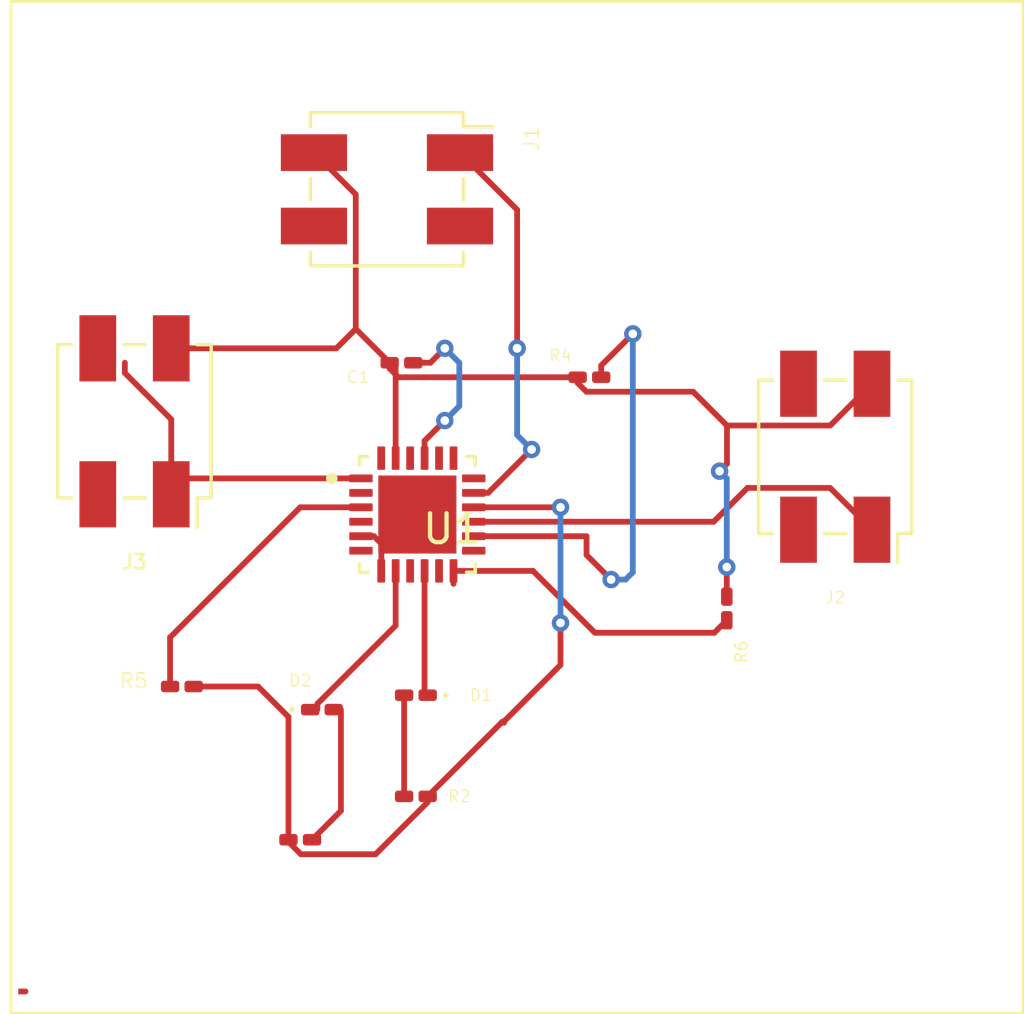
<source format=kicad_pcb>
(kicad_pcb (version 20241229) (generator "pcbnew") (generator_version "9.0")
  (title_block (title "NPM1100 EVAL BOARD DESIGN") (date "17-6-25") (rev "1.0"))
  (layers (0 "F.Cu" signal) (2 "B.Cu" signal) (13 "F.Paste" user) (15 "B.Paste" user) (5 "F.SilkS" user "F.Silkscreen") (7 "B.SilkS" user "B.Silkscreen") (1 "F.Mask" user) (3 "B.Mask" user) (25 "Edge.Cuts" user))
  (net 0 "")
  (net 1 "Net-(U1-DEC)")
  (net 2 "GND")
  (net 3 "Net-(D1-A)")
  (net 4 "Net-(D1-K)")
  (net 5 "Net-(D2-A)")
  (net 6 "Net-(D2-K)")
  (net 7 "Net-(J1-Pin_1)")
  (net 8 "/+")
  (net 9 "Net-(J3-Pin_1)")
  (net 10 "/D1")
  (net 11 "Net-(U1-NTC)")
  (net 12 "Net-(U1-VOUTBSET1)")
  (net 13 "Net-(U1-ICHG)")
  (footprint "Connector_Samtec_HLE_SMD:Samtec_HLE-102-02-xxx-DV-LC_2x02_P2.54mm_Horizontal" (layer "F.Cu") (at 193.5 69.75 180)
    (property "Reference" "J2" (at 0 -4.87 0) (layer "F.SilkS") (effects (font (size 0.4 0.4) (thickness 0.04))))
    (property "Value" "Conn_01x02_Pin")
    (fp_line (start 2.65 2.65) (end 2.165 2.65) (stroke (width 0.12)) (layer "F.SilkS"))
    (fp_line (start 2.65 -2.65) (end 2.65 2.65) (stroke (width 0.12)) (layer "F.SilkS"))
    (fp_line (start 2.165 -2.65) (end 2.65 -2.65) (stroke (width 0.12)) (layer "F.SilkS"))
    (fp_line (start -0.375 2.65) (end 0.375 2.65) (stroke (width 0.12)) (layer "F.SilkS"))
    (fp_line (start -0.375 -2.65) (end 0.375 -2.65) (stroke (width 0.12)) (layer "F.SilkS"))
    (fp_line (start -2.165 -2.65) (end -2.65 -2.65) (stroke (width 0.12)) (layer "F.SilkS"))
    (fp_line (start -2.165 -3.67) (end -2.165 -2.65) (stroke (width 0.12)) (layer "F.SilkS"))
    (fp_line (start -2.65 2.65) (end -2.165 2.65) (stroke (width 0.12)) (layer "F.SilkS"))
    (fp_line (start -2.65 -2.65) (end -2.65 2.65) (stroke (width 0.12)) (layer "F.SilkS"))
    (pad "" np_thru_hole circle (at 0 0 180) (size 1.19 1.19) (drill 1.19) (layers "*.Cu" "*.Mask"))
    (pad "1" smd rect (at -1.27 -2.525 180) (size 1.27 2.29) (layers "F.Cu" "F.Mask" "F.Paste") (net 8 "/+"))
    (pad "2" smd rect (at -1.27 2.525 180) (size 1.27 2.29) (layers "F.Cu" "F.Mask" "F.Paste") (net 2 "GND"))
    (pad "3" smd rect (at 1.27 -2.525 180) (size 1.27 2.29) (layers "F.Cu" "F.Mask" "F.Paste"))
    (pad "4" smd rect (at 1.27 2.525 180) (size 1.27 2.29) (layers "F.Cu" "F.Mask" "F.Paste"))
  )
  (footprint "Resistor_SMD:R_0201_0603Metric_Pad0.64x0.40mm_HandSolder" (layer "F.Cu") (at 185 67)
    (property "Reference" "R4" (at -1 -0.75 0) (layer "F.SilkS") (effects (font (size 0.4 0.4) (thickness 0.04))))
    (property "Value" "10K")
    (pad "1" smd roundrect (at -0.4075 0) (size 0.635 0.4) (layers "F.Cu" "F.Mask") (net 2 "GND"))
    (pad "2" smd roundrect (at 0.4075 0) (size 0.635 0.4) (layers "F.Cu" "F.Mask") (net 11 "Net-(U1-NTC)"))
  )
  (footprint "Resistor_SMD:R_0201_0603Metric_Pad0.64x0.40mm_HandSolder" (layer "F.Cu") (at 175 83 180)
    (property "Reference" "R1" (hide yes))
    (property "Value" "1K")
    (pad "1" smd roundrect (at -0.4075 0 180) (size 0.635 0.4) (layers "F.Cu" "F.Mask") (net 5 "Net-(D2-A)"))
    (pad "2" smd roundrect (at 0.4075 0 180) (size 0.635 0.4) (layers "F.Cu" "F.Mask") (net 10 "/D1"))
  )
  (footprint "QFN_CUSTOM:QFN50P400X400X90-25N" (layer "F.Cu") (at 179.05 71.75)
    (property "Reference" "U1" (at 1.2 0.5 0) (layer "F.SilkS"))
    (property "Value" "NPM1100-QDAB-R7")
    (fp_line (start -2 -2) (end -2 -1.705) (stroke (width 0.127)) (layer "F.SilkS"))
    (fp_line (start -2 -2) (end -1.705 -2) (stroke (width 0.127)) (layer "F.SilkS"))
    (fp_line (start -2 2) (end -2 1.705) (stroke (width 0.127)) (layer "F.SilkS"))
    (fp_line (start -2 2) (end -1.705 2) (stroke (width 0.127)) (layer "F.SilkS"))
    (fp_line (start 2 -2) (end 1.705 -2) (stroke (width 0.127)) (layer "F.SilkS"))
    (fp_line (start 2 -2) (end 2 -1.705) (stroke (width 0.127)) (layer "F.SilkS"))
    (fp_line (start 2 2) (end 1.705 2) (stroke (width 0.127)) (layer "F.SilkS"))
    (fp_line (start 2 2) (end 2 1.705) (stroke (width 0.127)) (layer "F.SilkS"))
    (fp_circle (center -2.96 -1.25) (end -2.86 -1.25) (stroke (width 0.2)) (fill no) (layer "F.SilkS"))
    (pad "1" smd roundrect (at -1.95 -1.25) (size 0.81 0.27) (layers "F.Cu" "F.Mask" "F.Paste") (roundrect_rratio 0.125) (net 9 "Net-(J3-Pin_1)"))
    (pad "2" smd roundrect (at -1.95 -0.75) (size 0.81 0.27) (layers "F.Cu" "F.Mask" "F.Paste") (roundrect_rratio 0.125) (net 12 "Net-(U1-VOUTBSET1)"))
    (pad "3" smd roundrect (at -1.95 -0.25) (size 0.81 0.27) (layers "F.Cu" "F.Mask" "F.Paste") (roundrect_rratio 0.125) (net 12 "Net-(U1-VOUTBSET1)"))
    (pad "4" smd roundrect (at -1.95 0.25) (size 0.81 0.27) (layers "F.Cu" "F.Mask" "F.Paste") (roundrect_rratio 0.125))
    (pad "5" smd roundrect (at -1.95 0.75) (size 0.81 0.27) (layers "F.Cu" "F.Mask" "F.Paste") (roundrect_rratio 0.125) (net 2 "GND"))
    (pad "6" smd roundrect (at -1.95 1.25) (size 0.81 0.27) (layers "F.Cu" "F.Mask" "F.Paste") (roundrect_rratio 0.125))
    (pad "7" smd roundrect (at -1.25 1.95) (size 0.27 0.81) (layers "F.Cu" "F.Mask" "F.Paste") (roundrect_rratio 0.125) (net 2 "GND"))
    (pad "8" smd roundrect (at -0.75 1.95) (size 0.27 0.81) (layers "F.Cu" "F.Mask" "F.Paste") (roundrect_rratio 0.125) (net 6 "Net-(D2-K)"))
    (pad "9" smd roundrect (at -0.25 1.95) (size 0.27 0.81) (layers "F.Cu" "F.Mask" "F.Paste") (roundrect_rratio 0.125) (net 2 "GND"))
    (pad "10" smd roundrect (at 0.25 1.95) (size 0.27 0.81) (layers "F.Cu" "F.Mask" "F.Paste") (roundrect_rratio 0.125) (net 4 "Net-(D1-K)"))
    (pad "11" smd roundrect (at 0.75 1.95) (size 0.27 0.81) (layers "F.Cu" "F.Mask" "F.Paste") (roundrect_rratio 0.125))
    (pad "12" smd roundrect (at 1.25 1.95) (size 0.27 0.81) (layers "F.Cu" "F.Mask" "F.Paste") (roundrect_rratio 0.125) (net 13 "Net-(U1-ICHG)"))
    (pad "13" smd roundrect (at 1.95 1.25) (size 0.81 0.27) (layers "F.Cu" "F.Mask" "F.Paste") (roundrect_rratio 0.125))
    (pad "14" smd roundrect (at 1.95 0.75) (size 0.81 0.27) (layers "F.Cu" "F.Mask" "F.Paste") (roundrect_rratio 0.125) (net 11 "Net-(U1-NTC)"))
    (pad "15" smd roundrect (at 1.95 0.25) (size 0.81 0.27) (layers "F.Cu" "F.Mask" "F.Paste") (roundrect_rratio 0.125) (net 8 "/+"))
    (pad "16" smd roundrect (at 1.95 -0.25) (size 0.81 0.27) (layers "F.Cu" "F.Mask" "F.Paste") (roundrect_rratio 0.125) (net 10 "/D1"))
    (pad "17" smd roundrect (at 1.95 -0.75) (size 0.81 0.27) (layers "F.Cu" "F.Mask" "F.Paste") (roundrect_rratio 0.125) (net 7 "Net-(J1-Pin_1)"))
    (pad "18" smd roundrect (at 1.95 -1.25) (size 0.81 0.27) (layers "F.Cu" "F.Mask" "F.Paste") (roundrect_rratio 0.125))
    (pad "19" smd roundrect (at 1.25 -1.95) (size 0.27 0.81) (layers "F.Cu" "F.Mask" "F.Paste") (roundrect_rratio 0.125))
    (pad "20" smd roundrect (at 0.75 -1.95) (size 0.27 0.81) (layers "F.Cu" "F.Mask" "F.Paste") (roundrect_rratio 0.125))
    (pad "21" smd roundrect (at 0.25 -1.95) (size 0.27 0.81) (layers "F.Cu" "F.Mask" "F.Paste") (roundrect_rratio 0.125) (net 1 "Net-(U1-DEC)"))
    (pad "22" smd roundrect (at -0.25 -1.95) (size 0.27 0.81) (layers "F.Cu" "F.Mask" "F.Paste") (roundrect_rratio 0.125))
    (pad "23" smd roundrect (at -0.75 -1.95) (size 0.27 0.81) (layers "F.Cu" "F.Mask" "F.Paste") (roundrect_rratio 0.125) (net 2 "GND"))
    (pad "24" smd roundrect (at -1.25 -1.95) (size 0.27 0.81) (layers "F.Cu" "F.Mask" "F.Paste") (roundrect_rratio 0.125))
    (pad "25" smd rect (at 0 0) (size 2.7 2.7) (layers "F.Cu" "F.Mask") (net 2 "GND"))
  )
  (footprint "Capacitor_SMD:C_0201_0603Metric_Pad0.64x0.40mm_HandSolder" (layer "F.Cu") (at 178.5 66.5 180)
    (property "Reference" "C1" (at 1.5 -0.5 0) (layer "F.SilkS") (effects (font (size 0.4 0.4) (thickness 0.04))))
    (property "Value" "10 µf")
    (pad "1" smd roundrect (at -0.4075 0 180) (size 0.635 0.4) (layers "F.Cu" "F.Mask") (net 1 "Net-(U1-DEC)"))
    (pad "2" smd roundrect (at 0.4075 0 180) (size 0.635 0.4) (layers "F.Cu" "F.Mask") (net 2 "GND"))
  )
  (footprint "Connector_Samtec_HLE_SMD:Samtec_HLE-102-02-xxx-DV-LC_2x02_P2.54mm_Horizontal" (layer "F.Cu") (at 169.27 68.525 180)
    (property "Reference" "J3" (at 0 -4.87 0) (layer "F.SilkS") (effects (font (size 0.5 0.5) (thickness 0.09) (bold yes))))
    (property "Value" "Conn_01x02_Pin")
    (fp_line (start 2.65 2.65) (end 2.165 2.65) (stroke (width 0.12)) (layer "F.SilkS"))
    (fp_line (start 2.65 -2.65) (end 2.65 2.65) (stroke (width 0.12)) (layer "F.SilkS"))
    (fp_line (start 2.165 -2.65) (end 2.65 -2.65) (stroke (width 0.12)) (layer "F.SilkS"))
    (fp_line (start -0.375 2.65) (end 0.375 2.65) (stroke (width 0.12)) (layer "F.SilkS"))
    (fp_line (start -0.375 -2.65) (end 0.375 -2.65) (stroke (width 0.12)) (layer "F.SilkS"))
    (fp_line (start -2.165 -2.65) (end -2.65 -2.65) (stroke (width 0.12)) (layer "F.SilkS"))
    (fp_line (start -2.165 -3.67) (end -2.165 -2.65) (stroke (width 0.12)) (layer "F.SilkS"))
    (fp_line (start -2.65 2.65) (end -2.165 2.65) (stroke (width 0.12)) (layer "F.SilkS"))
    (fp_line (start -2.65 -2.65) (end -2.65 2.65) (stroke (width 0.12)) (layer "F.SilkS"))
    (pad "" np_thru_hole circle (at 0 0 180) (size 1.19 1.19) (drill 1.19) (layers "*.Cu" "*.Mask"))
    (pad "1" smd rect (at -1.27 -2.525 180) (size 1.27 2.29) (layers "F.Cu" "F.Mask" "F.Paste") (net 9 "Net-(J3-Pin_1)"))
    (pad "2" smd rect (at -1.27 2.525 180) (size 1.27 2.29) (layers "F.Cu" "F.Mask" "F.Paste") (net 2 "GND"))
    (pad "3" smd rect (at 1.27 -2.525 180) (size 1.27 2.29) (layers "F.Cu" "F.Mask" "F.Paste"))
    (pad "4" smd rect (at 1.27 2.525 180) (size 1.27 2.29) (layers "F.Cu" "F.Mask" "F.Paste"))
  )
  (footprint "Resistor_SMD:R_0201_0603Metric_Pad0.64x0.40mm_HandSolder" (layer "F.Cu") (at 179 81.5)
    (property "Reference" "R2" (at 1.5 0 0) (layer "F.SilkS") (effects (font (size 0.4 0.4) (thickness 0.04))))
    (property "Value" "1K")
    (pad "1" smd roundrect (at -0.4075 0) (size 0.635 0.4) (layers "F.Cu" "F.Mask") (net 3 "Net-(D1-A)"))
    (pad "2" smd roundrect (at 0.4075 0) (size 0.635 0.4) (layers "F.Cu" "F.Mask") (net 10 "/D1"))
  )
  (footprint "Connector_Samtec_HLE_SMD:Samtec_HLE-102-02-xxx-DV-LC_2x02_P2.54mm_Horizontal" (layer "F.Cu") (at 178 60.5 -90)
    (property "Reference" "J1" (at -1.75 -5 90) (layer "F.SilkS") (effects (font (size 0.5 0.5) (thickness 0.05))))
    (property "Value" "Conn_01x02_pin")
    (fp_line (start -2.65 2.65) (end -2.165 2.65) (stroke (width 0.12)) (layer "F.SilkS"))
    (fp_line (start -0.375 2.65) (end 0.375 2.65) (stroke (width 0.12)) (layer "F.SilkS"))
    (fp_line (start 2.65 2.65) (end 2.165 2.65) (stroke (width 0.12)) (layer "F.SilkS"))
    (fp_line (start -2.65 -2.65) (end -2.65 2.65) (stroke (width 0.12)) (layer "F.SilkS"))
    (fp_line (start -2.165 -2.65) (end -2.65 -2.65) (stroke (width 0.12)) (layer "F.SilkS"))
    (fp_line (start -0.375 -2.65) (end 0.375 -2.65) (stroke (width 0.12)) (layer "F.SilkS"))
    (fp_line (start 2.165 -2.65) (end 2.65 -2.65) (stroke (width 0.12)) (layer "F.SilkS"))
    (fp_line (start 2.65 -2.65) (end 2.65 2.65) (stroke (width 0.12)) (layer "F.SilkS"))
    (fp_line (start -2.165 -3.67) (end -2.165 -2.65) (stroke (width 0.12)) (layer "F.SilkS"))
    (pad "" np_thru_hole circle (at 0 0 270) (size 1.19 1.19) (drill 1.19) (layers "*.Cu" "*.Mask"))
    (pad "1" smd rect (at -1.27 -2.525 270) (size 1.27 2.29) (layers "F.Cu" "F.Mask" "F.Paste") (net 7 "Net-(J1-Pin_1)"))
    (pad "2" smd rect (at -1.27 2.525 270) (size 1.27 2.29) (layers "F.Cu" "F.Mask" "F.Paste") (net 2 "GND"))
    (pad "3" smd rect (at 1.27 -2.525 270) (size 1.27 2.29) (layers "F.Cu" "F.Mask" "F.Paste"))
    (pad "4" smd rect (at 1.27 2.525 270) (size 1.27 2.29) (layers "F.Cu" "F.Mask" "F.Paste"))
  )
  (footprint "Resistor_SMD:R_0201_0603Metric_Pad0.64x0.40mm_HandSolder" (layer "F.Cu") (at 189.75 75 -90)
    (property "Reference" "R6" (at 1.5 -0.5 90) (layer "F.SilkS") (effects (font (size 0.4 0.4) (thickness 0.05))))
    (property "Value" "1.5K")
    (pad "1" smd roundrect (at -0.4075 0 270) (size 0.635 0.4) (layers "F.Cu" "F.Mask") (net 2 "GND"))
    (pad "2" smd roundrect (at 0.4075 0 270) (size 0.635 0.4) (layers "F.Cu" "F.Mask") (net 13 "Net-(U1-ICHG)"))
  )
  (footprint "Resistor_SMD:R_0201_0603Metric_Pad0.64x0.40mm_HandSolder" (layer "F.Cu") (at 170.9075 77.699999)
    (property "Reference" "R5" (at -1.6575 -0.199999 0) (layer "F.SilkS") (effects (font (size 0.5 0.5) (thickness 0.06))))
    (property "Value" "1K")
    (pad "1" smd roundrect (at -0.4075 0) (size 0.635 0.4) (layers "F.Cu" "F.Mask") (net 12 "Net-(U1-VOUTBSET1)"))
    (pad "2" smd roundrect (at 0.4075 0) (size 0.635 0.4) (layers "F.Cu" "F.Mask") (net 10 "/D1"))
  )
  (footprint "LED_SMD:LED_0201_0603Metric_Pad0.64x0.40mm_HandSolder" (layer "F.Cu") (at 179 78 180)
    (property "Reference" "D1" (at -2.25 0 180) (layer "F.SilkS") (effects (font (size 0.4 0.4) (thickness 0.04))))
    (property "Value" "LED")
    (fp_circle (center -1.035 0) (end -0.985 0) (stroke (width 0.1)) (fill no) (layer "F.SilkS"))
    (pad "1" smd roundrect (at -0.4075 0 180) (size 0.635 0.4) (layers "F.Cu" "F.Mask") (net 4 "Net-(D1-K)"))
    (pad "2" smd roundrect (at 0.4075 0 180) (size 0.635 0.4) (layers "F.Cu" "F.Mask") (net 3 "Net-(D1-A)"))
  )
  (footprint "LED_SMD:LED_0201_0603Metric_Pad0.64x0.40mm_HandSolder" (layer "F.Cu") (at 175.75 78.5)
    (property "Reference" "D2" (at -0.75 -1 0) (layer "F.SilkS") (effects (font (size 0.4 0.4) (thickness 0.05))))
    (property "Value" "LED")
    (fp_circle (center -1.035 0) (end -0.985 0) (stroke (width 0.1)) (fill no) (layer "F.SilkS"))
    (pad "1" smd roundrect (at -0.4075 0) (size 0.635 0.4) (layers "F.Cu" "F.Mask") (net 6 "Net-(D2-K)"))
    (pad "2" smd roundrect (at 0.4075 0) (size 0.635 0.4) (layers "F.Cu" "F.Mask") (net 5 "Net-(D2-A)"))
  )
  (gr_rect (start 165.25 88.25) (end 165.5 88.25) (stroke (width 0.2)) (fill no) (layer "F.Cu"))
  (gr_rect (start 165 54) (end 200 89) (stroke (width 0.1)) (fill no) (layer "F.SilkS"))
  (segment (start 179.5 66.5) (end 180 66) (width 0.2) (layer "F.Cu") (net 1))
  (segment (start 179.3 69.8) (end 179.3 69.2) (width 0.2) (layer "F.Cu") (net 1))
  (segment (start 180 68.5) (end 180.075029 68.424971) (width 0.2) (layer "F.Cu") (net 1))
  (segment (start 179.3 69.2) (end 180 68.5) (width 0.2) (layer "F.Cu") (net 1))
  (segment (start 178.9075 66.5) (end 179.5 66.5) (width 0.2) (layer "F.Cu") (net 1))
  (via (at 180 68.5) (size 0.6) (drill 0.3) (layers "F.Cu" "B.Cu") (net 1))
  (via (at 180 66) (size 0.6) (drill 0.3) (layers "F.Cu" "B.Cu") (net 1))
  (segment (start 180.5 68) (end 180.5 66.5) (width 0.2) (layer "B.Cu") (net 1))
  (segment (start 180 68.5) (end 180.5 68) (width 0.2) (layer "B.Cu") (net 1))
  (segment (start 180.5 66.5) (end 180 66) (width 0.2) (layer "B.Cu") (net 1))
  (segment (start 184.5925 67.199999) (end 184.5925 67) (width 0.2) (layer "F.Cu") (net 2))
  (segment (start 189.75 74.5925) (end 189.75 73.5675) (width 0.2) (layer "F.Cu") (net 2))
  (segment (start 178.0925 66.5) (end 178.3 66.7075) (width 0.2) (layer "F.Cu") (net 2))
  (segment (start 188.586 67.501) (end 184.893501 67.501) (width 0.2) (layer "F.Cu") (net 2))
  (segment (start 176.921 60.676) (end 176.921 65.3285) (width 0.2) (layer "F.Cu") (net 2))
  (segment (start 178.392501 67) (end 178.0925 66.699999) (width 0.2) (layer "F.Cu") (net 2))
  (segment (start 189.5 70.25) (end 189.756 69.994) (width 0.2) (layer "F.Cu") (net 2))
  (segment (start 177.806 72.759158) (end 177.546842 72.5) (width 0.2) (layer "F.Cu") (net 2))
  (segment (start 193.324 68.671) (end 194.77 67.225) (width 0.2) (layer "F.Cu") (net 2))
  (segment (start 189.756 68.671) (end 193.324 68.671) (width 0.2) (layer "F.Cu") (net 2))
  (segment (start 170.54 66) (end 176.2495 66) (width 0.2) (layer "F.Cu") (net 2))
  (segment (start 177.546842 72.5) (end 177.1 72.5) (width 0.2) (layer "F.Cu") (net 2))
  (segment (start 184.893501 67.501) (end 184.5925 67.199999) (width 0.2) (layer "F.Cu") (net 2))
  (segment (start 175.475 59.23) (end 176.921 60.676) (width 0.2) (layer "F.Cu") (net 2))
  (segment (start 176.921 65.3285) (end 178.0925 66.5) (width 0.2) (layer "F.Cu") (net 2))
  (segment (start 177.8 73.7) (end 177.806 73.685515) (width 0.2) (layer "F.Cu") (net 2))
  (segment (start 178.0925 66.699999) (end 178.0925 66.5) (width 0.2) (layer "F.Cu") (net 2))
  (segment (start 178.3 66.7075) (end 178.3 69.8) (width 0.2) (layer "F.Cu") (net 2))
  (segment (start 189.756 69.994) (end 189.756 68.671) (width 0.2) (layer "F.Cu") (net 2))
  (segment (start 176.2495 66) (end 176.921 65.3285) (width 0.2) (layer "F.Cu") (net 2))
  (segment (start 184.5925 67) (end 178.392501 67) (width 0.2) (layer "F.Cu") (net 2))
  (segment (start 188.586 67.501) (end 189.756 68.671) (width 0.2) (layer "F.Cu") (net 2))
  (segment (start 177.806 73.685515) (end 177.806 72.759158) (width 0.2) (layer "F.Cu") (net 2))
  (via (at 189.5 70.25) (size 0.6) (drill 0.3) (layers "F.Cu" "B.Cu") (net 2))
  (via (at 189.75 73.5675) (size 0.6) (drill 0.3) (layers "F.Cu" "B.Cu") (net 2))
  (segment (start 189.75 70.5) (end 189.5 70.25) (width 0.2) (layer "B.Cu") (net 2))
  (segment (start 189.75 73.5675) (end 189.75 70.5) (width 0.2) (layer "B.Cu") (net 2))
  (segment (start 178.5925 78) (end 178.5925 81.5) (width 0.2) (layer "F.Cu") (net 3))
  (segment (start 179.4075 78) (end 179.3 77.8925) (width 0.2) (layer "F.Cu") (net 4))
  (segment (start 179.3 77.8925) (end 179.3 73.7) (width 0.2) (layer "F.Cu") (net 4))
  (segment (start 176.4075 78.5) (end 176.4075 82) (width 0.2) (layer "F.Cu") (net 5))
  (segment (start 176.4075 82) (end 175.4075 83) (width 0.2) (layer "F.Cu") (net 5))
  (segment (start 175.5925 78.5) (end 175.5925 78.300001) (width 0.2) (layer "F.Cu") (net 6))
  (segment (start 175.5925 78.300001) (end 178.3 75.592501) (width 0.2) (layer "F.Cu") (net 6))
  (segment (start 178.3 75.592501) (end 178.3 73.7) (width 0.2) (layer "F.Cu") (net 6))
  (segment (start 180.525 59.23) (end 182.5 61.205) (width 0.2) (layer "F.Cu") (net 7))
  (segment (start 182.5 61.205) (end 182.5 66) (width 0.2) (layer "F.Cu") (net 7))
  (segment (start 181.5 71) (end 183 69.5) (width 0.2) (layer "F.Cu") (net 7))
  (segment (start 183 69.5) (end 183.101 69.399) (width 0.2) (layer "F.Cu") (net 7))
  (segment (start 181 71) (end 181.5 71) (width 0.2) (layer "F.Cu") (net 7))
  (via (at 182.5 66) (size 0.6) (drill 0.3) (layers "F.Cu" "B.Cu") (net 7))
  (via (at 182.5 66) (size 0.6) (drill 0.3) (layers "F.Cu" "B.Cu") (net 7))
  (via (at 183 69.5) (size 0.6) (drill 0.3) (layers "F.Cu" "B.Cu") (net 7))
  (segment (start 182.5 69) (end 183 69.5) (width 0.2) (layer "B.Cu") (net 7))
  (segment (start 182.5 66) (end 182.5 69) (width 0.2) (layer "B.Cu") (net 7))
  (segment (start 190.466 70.829) (end 193.324 70.829) (width 0.2) (layer "F.Cu") (net 8))
  (segment (start 189.295 72) (end 181 72) (width 0.2) (layer "F.Cu") (net 8))
  (segment (start 193.324 70.829) (end 194.77 72.275) (width 0.2) (layer "F.Cu") (net 8))
  (segment (start 189.295 72) (end 190.466 70.829) (width 0.2) (layer "F.Cu") (net 8))
  (segment (start 170.54 71.05) (end 170.54 68.457154) (width 0.2) (layer "F.Cu") (net 9))
  (segment (start 171.09 70.5) (end 177.1 70.5) (width 0.2) (layer "F.Cu") (net 9))
  (segment (start 170.54 68.457154) (end 168.936 66.853154) (width 0.2) (layer "F.Cu") (net 9))
  (segment (start 170.54 71.05) (end 171.09 70.5) (width 0.2) (layer "F.Cu") (net 9))
  (segment (start 168.936 66.853154) (end 168.936 66.5) (width 0.2) (layer "F.Cu") (net 9))
  (segment (start 174.5925 83) (end 174.5925 83.07237) (width 0.2) (layer "F.Cu") (net 10))
  (segment (start 177.606499 83.501) (end 179.4075 81.699999) (width 0.2) (layer "F.Cu") (net 10))
  (segment (start 171.315 77.699999) (end 173.542499 77.699999) (width 0.2) (layer "F.Cu") (net 10))
  (segment (start 181.95375 78.95375) (end 182 78.9075) (width 0.2) (layer "F.Cu") (net 10))
  (segment (start 182.04625 78.95375) (end 182 78.95375) (width 0.2) (layer "F.Cu") (net 10))
  (segment (start 175.02113 83.501) (end 177.606499 83.501) (width 0.2) (layer "F.Cu") (net 10))
  (segment (start 179.4075 81.699999) (end 179.4075 81.5) (width 0.2) (layer "F.Cu") (net 10))
  (segment (start 179.4075 81.5) (end 181.95375 78.95375) (width 0.2) (layer "F.Cu") (net 10))
  (segment (start 182 78.95375) (end 184 76.95375) (width 0.2) (layer "F.Cu") (net 10))
  (segment (start 173.542499 77.699999) (end 174.5925 78.75) (width 0.2) (layer "F.Cu") (net 10))
  (segment (start 182 78.95375) (end 181.95375 78.95375) (width 0.2) (layer "F.Cu") (net 10))
  (segment (start 184 71.5) (end 181 71.5) (width 0.2) (layer "F.Cu") (net 10))
  (segment (start 184 76.95375) (end 184 75.5) (width 0.2) (layer "F.Cu") (net 10))
  (segment (start 174.5925 83.07237) (end 175.02113 83.501) (width 0.2) (layer "F.Cu") (net 10))
  (segment (start 174.5925 78.75) (end 174.5925 83) (width 0.2) (layer "F.Cu") (net 10))
  (via (at 184 71.5) (size 0.6) (drill 0.3) (layers "F.Cu" "B.Cu") (net 10))
  (via (at 184 75.5) (size 0.6) (drill 0.3) (layers "F.Cu" "B.Cu") (net 10))
  (segment (start 184 75.5) (end 184 71.5) (width 0.2) (layer "B.Cu") (net 10))
  (segment (start 181 72.5) (end 184.900057 72.5) (width 0.2) (layer "F.Cu") (net 11))
  (segment (start 185.4075 67) (end 185.4075 66.5925) (width 0.2) (layer "F.Cu") (net 11))
  (segment (start 185.4075 66.5925) (end 186.5 65.5) (width 0.2) (layer "F.Cu") (net 11))
  (segment (start 184.900057 72.5) (end 184.900057 73.150057) (width 0.2) (layer "F.Cu") (net 11))
  (segment (start 184.900057 73.150057) (end 185.75 74) (width 0.2) (layer "F.Cu") (net 11))
  (via (at 186.5 65.5) (size 0.6) (drill 0.3) (layers "F.Cu" "B.Cu") (net 11))
  (via (at 185.75 74) (size 0.6) (drill 0.3) (layers "F.Cu" "B.Cu") (net 11))
  (segment (start 186.5 73.75) (end 186.25 74) (width 0.2) (layer "B.Cu") (net 11))
  (segment (start 186.5 65.5) (end 186.5 73.75) (width 0.2) (layer "B.Cu") (net 11))
  (segment (start 186.25 74) (end 185.75 74) (width 0.2) (layer "B.Cu") (net 11))
  (segment (start 170.5 76) (end 175 71.5) (width 0.2) (layer "F.Cu") (net 12))
  (segment (start 170.5 77.699999) (end 170.5 76) (width 0.2) (layer "F.Cu") (net 12))
  (segment (start 175 71.5) (end 177.1 71.5) (width 0.2) (layer "F.Cu") (net 12))
  (segment (start 185.189943 75.84) (end 189.3175 75.84) (width 0.2) (layer "F.Cu") (net 13))
  (segment (start 180.3 73.7) (end 183.049943 73.7) (width 0.2) (layer "F.Cu") (net 13))
  (segment (start 189.3175 75.84) (end 189.75 75.4075) (width 0.2) (layer "F.Cu") (net 13))
  (segment (start 183.049943 73.7) (end 185.189943 75.84) (width 0.2) (layer "F.Cu") (net 13))
  (segment (start 180.3 74.146842) (end 180.3 73.7) (width 0.2) (layer "F.Cu") (net 13))
)
</source>
